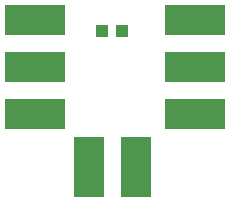
<source format=gbr>
G04 EAGLE Gerber X2 export*
%TF.Part,Single*%
%TF.FileFunction,Paste,Top*%
%TF.FilePolarity,Positive*%
%TF.GenerationSoftware,Autodesk,EAGLE,9.1.0*%
%TF.CreationDate,2018-11-28T00:37:37Z*%
G75*
%MOMM*%
%FSLAX34Y34*%
%LPD*%
%AMOC8*
5,1,8,0,0,1.08239X$1,22.5*%
G01*
%ADD10R,1.000000X1.100000*%
%ADD11R,2.540000X5.080000*%
%ADD12R,5.080000X2.540000*%


D10*
X96500Y155000D03*
X113500Y155000D03*
D11*
X125000Y40000D03*
X85000Y40000D03*
D12*
X175000Y165000D03*
X175000Y125000D03*
X175000Y85000D03*
X40000Y165000D03*
X40000Y125000D03*
X40000Y85000D03*
M02*

</source>
